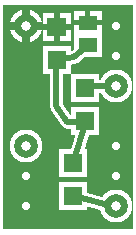
<source format=gbr>
%FSLAX34Y34*%
%MOMM*%
%LNCOPPER_BOTTOM*%
G71*
G01*
%ADD10C, 2.800*%
%ADD11R, 2.400X2.400*%
%ADD12C, 1.100*%
%ADD13R, 2.400X2.100*%
%ADD14C, 1.400*%
%ADD15C, 0.667*%
%ADD16C, 0.533*%
%ADD17C, 0.433*%
%ADD18C, 2.000*%
%ADD19R, 1.600X1.600*%
%ADD20C, 0.500*%
%ADD21R, 1.600X1.300*%
%ADD22C, 0.800*%
%ADD23C, 0.720*%
%LPD*%
G36*
X0Y-125D02*
X-110000Y-125D01*
X-110000Y-190125D01*
X0Y-190125D01*
X0Y-125D01*
G37*
%LPC*%
X-14721Y-68986D02*
G54D10*
D03*
X-14721Y-170586D02*
G54D10*
D03*
X-90921Y-119786D02*
G54D10*
D03*
X-90921Y-18186D02*
G54D10*
D03*
X-64727Y-46761D02*
G54D11*
D03*
G36*
X-52727Y-6761D02*
X-76727Y-6761D01*
X-76727Y-30761D01*
X-52727Y-30761D01*
X-52727Y-6761D01*
G37*
X-50836Y-161855D02*
G54D11*
D03*
X-50836Y-133855D02*
G54D11*
D03*
X-40518Y-70177D02*
G54D11*
D03*
X-40518Y-98177D02*
G54D11*
D03*
G54D12*
X-14721Y-68986D02*
X-39833Y-68699D01*
X-38533Y-15011D02*
G54D13*
D03*
X-38533Y-34011D02*
G54D13*
D03*
G54D12*
X-65124Y-46365D02*
X-50439Y-44380D01*
X-38136Y-33665D01*
G54D12*
X-65124Y-46365D02*
X-65124Y-86052D01*
X-55996Y-99149D01*
X-40627Y-99259D01*
G54D12*
X-40121Y-98752D02*
X-51124Y-133964D01*
G54D12*
X-50439Y-161458D02*
X-14324Y-171380D01*
G36*
X-21721Y-11186D02*
X-21721Y-25186D01*
X-7721Y-25186D01*
X-7721Y-11186D01*
X-21721Y-11186D01*
G37*
X-14721Y-43586D02*
G54D14*
D03*
X-14721Y-119786D02*
G54D14*
D03*
X-14721Y-145186D02*
G54D14*
D03*
X-90921Y-170586D02*
G54D14*
D03*
X-90921Y-145186D02*
G54D14*
D03*
X-90921Y-18186D02*
G54D14*
D03*
%LPD*%
G54D15*
G36*
X-94254Y-18186D02*
X-94254Y-32686D01*
X-87587Y-32686D01*
X-87587Y-18186D01*
X-94254Y-18186D01*
G37*
G36*
X-90921Y-21520D02*
X-76421Y-21520D01*
X-76421Y-14853D01*
X-90921Y-14853D01*
X-90921Y-21520D01*
G37*
G36*
X-87587Y-18186D02*
X-87587Y-3686D01*
X-94254Y-3686D01*
X-94254Y-18186D01*
X-87587Y-18186D01*
G37*
G36*
X-90921Y-14853D02*
X-105421Y-14853D01*
X-105421Y-21520D01*
X-90921Y-21520D01*
X-90921Y-14853D01*
G37*
G54D16*
G36*
X-62060Y-18761D02*
X-62060Y-6261D01*
X-67393Y-6261D01*
X-67393Y-18761D01*
X-62060Y-18761D01*
G37*
G36*
X-64727Y-16095D02*
X-77227Y-16095D01*
X-77227Y-21428D01*
X-64727Y-21428D01*
X-64727Y-16095D01*
G37*
G36*
X-67393Y-18761D02*
X-67393Y-31261D01*
X-62060Y-31261D01*
X-62060Y-18761D01*
X-67393Y-18761D01*
G37*
G36*
X-64727Y-21428D02*
X-52227Y-21428D01*
X-52227Y-16095D01*
X-64727Y-16095D01*
X-64727Y-21428D01*
G37*
G54D17*
G36*
X-38533Y-12845D02*
X-51033Y-12845D01*
X-51033Y-17178D01*
X-38533Y-17178D01*
X-38533Y-12845D01*
G37*
G36*
X-38533Y-17178D02*
X-26033Y-17178D01*
X-26033Y-12845D01*
X-38533Y-12845D01*
X-38533Y-17178D01*
G37*
G36*
X-36367Y-15011D02*
X-36367Y-4011D01*
X-40700Y-4011D01*
X-40700Y-15011D01*
X-36367Y-15011D01*
G37*
X-14721Y-68986D02*
G54D18*
D03*
X-14721Y-170586D02*
G54D18*
D03*
X-90921Y-119786D02*
G54D18*
D03*
X-90921Y-18186D02*
G54D18*
D03*
X-64727Y-46761D02*
G54D19*
D03*
G36*
X-56727Y-10761D02*
X-72727Y-10761D01*
X-72727Y-26761D01*
X-56727Y-26761D01*
X-56727Y-10761D01*
G37*
X-50836Y-161855D02*
G54D19*
D03*
X-50836Y-133855D02*
G54D19*
D03*
X-40518Y-70177D02*
G54D19*
D03*
X-40518Y-98177D02*
G54D19*
D03*
G54D20*
X-14721Y-68986D02*
X-39833Y-68699D01*
X-38533Y-15011D02*
G54D21*
D03*
X-38533Y-34011D02*
G54D21*
D03*
G54D20*
X-65124Y-46365D02*
X-50439Y-44380D01*
X-38136Y-33665D01*
G54D20*
X-65124Y-46365D02*
X-65124Y-86052D01*
X-55996Y-99149D01*
X-40627Y-99259D01*
G54D20*
X-40121Y-98752D02*
X-51124Y-133964D01*
G54D20*
X-50439Y-161458D02*
X-14324Y-171380D01*
G36*
X-21721Y-11186D02*
X-21721Y-25186D01*
X-7721Y-25186D01*
X-7721Y-11186D01*
X-21721Y-11186D01*
G37*
X-14721Y-43586D02*
G54D14*
D03*
X-14721Y-119786D02*
G54D14*
D03*
X-14721Y-145186D02*
G54D14*
D03*
X-90921Y-170586D02*
G54D14*
D03*
X-90921Y-145186D02*
G54D14*
D03*
X-90921Y-18186D02*
G54D14*
D03*
%LNAUGENFREISTANZEN*%
%LPC*%
X-14721Y-68986D02*
G54D22*
D03*
X-14721Y-170586D02*
G54D22*
D03*
X-90921Y-119786D02*
G54D22*
D03*
X-90921Y-18186D02*
G54D22*
D03*
X-14721Y-18186D02*
G54D23*
D03*
X-14721Y-43586D02*
G54D23*
D03*
X-14721Y-119786D02*
G54D23*
D03*
X-14721Y-145186D02*
G54D23*
D03*
X-90921Y-170586D02*
G54D23*
D03*
X-90921Y-145186D02*
G54D23*
D03*
X-90921Y-18186D02*
G54D23*
D03*
M02*

</source>
